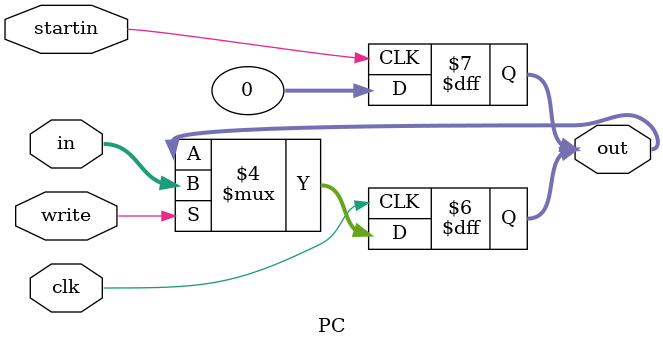
<source format=v>
module PC(output reg [31:0] out, input [31:0] in, input clk, input startin, input write);

 always @(posedge startin) begin	
	out <= 32'b0;		
 end

 always @(posedge clk) begin
	if (write == 1'b1) begin
	    out <= in;
 	end
 end 	

endmodule

</source>
